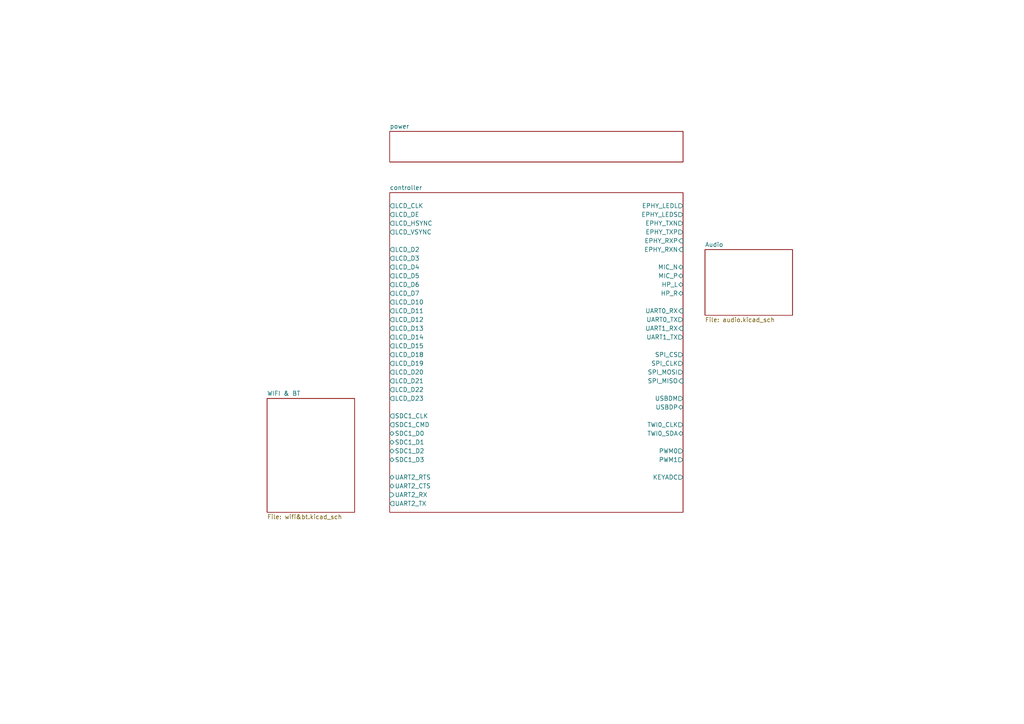
<source format=kicad_sch>
(kicad_sch (version 20230121) (generator eeschema)
  (paper "A4")
  (title_block (title "Allwinner V3s") (date "2023-08-02") (rev "1.0.1"))
  (lib_symbols)
  (sheet (at 77.47 115.57) (size 25.4 33.02) (stroke (width 0.1524))
    (property "Sheetname" "WIFI & BT" (at 77.47 114.8584 0) (effects (justify left bottom)))
    (property "Sheetfile" "wifi&bt.kicad_sch" (at 77.47 149.1746 0) (effects (justify left top)))
  )
  (sheet (at 113.03 38.1) (size 85.09 8.89) (stroke (width 0.1524))
    (property "Sheetname" "power" (at 113.03 37.3884 0) (effects (justify left bottom)))
    (property "Sheetfile" "power.kicad_sch" (effects hide))
  )
  (sheet (at 113.03 55.88) (size 85.09 92.71) (stroke (width 0.1524))
    (property "Sheetname" "controller" (at 113.03 55.1684 0) (effects (justify left bottom)))
    (property "Sheetfile" "controller.kicad_sch" (effects hide))
    (pin "LCD_HSYNC" output (at 113.03 64.77 180))
    (pin "LCD_D2" output (at 113.03 72.39 180))
    (pin "LCD_VSYNC" output (at 113.03 67.31 180))
    (pin "LCD_DE" output (at 113.03 62.23 180))
    (pin "LCD_CLK" output (at 113.03 59.69 180))
    (pin "LCD_D11" output (at 113.03 90.17 180))
    (pin "LCD_D10" output (at 113.03 87.63 180))
    (pin "LCD_D12" output (at 113.03 92.71 180))
    (pin "LCD_D7" output (at 113.03 85.09 180))
    (pin "LCD_D6" output (at 113.03 82.55 180))
    (pin "LCD_D4" output (at 113.03 77.47 180))
    (pin "LCD_D5" output (at 113.03 80.01 180))
    (pin "LCD_D3" output (at 113.03 74.93 180))
    (pin "LCD_D23" output (at 113.03 115.57 180))
    (pin "LCD_D22" output (at 113.03 113.03 180))
    (pin "LCD_D21" output (at 113.03 110.49 180))
    (pin "LCD_D20" output (at 113.03 107.95 180))
    (pin "LCD_D19" output (at 113.03 105.41 180))
    (pin "LCD_D14" output (at 113.03 97.79 180))
    (pin "LCD_D18" output (at 113.03 102.87 180))
    (pin "LCD_D15" output (at 113.03 100.33 180))
    (pin "LCD_D13" output (at 113.03 95.25 180))
    (pin "EPHY_LEDL" output (at 198.12 59.69 0))
    (pin "EPHY_LEDS" output (at 198.12 62.23 0))
    (pin "EPHY_TXN" output (at 198.12 64.77 0))
    (pin "EPHY_TXP" output (at 198.12 67.31 0))
    (pin "EPHY_RXP" input (at 198.12 69.85 0))
    (pin "EPHY_RXN" input (at 198.12 72.39 0))
    (pin "KEYADC" output (at 198.12 138.43 0))
    (pin "USBDM" output (at 198.12 115.57 0))
    (pin "USBDP" bidirectional (at 198.12 118.11 0))
    (pin "SDC1_D2" bidirectional (at 113.03 130.81 180))
    (pin "SDC1_D1" bidirectional (at 113.03 128.27 180))
    (pin "SDC1_D0" bidirectional (at 113.03 125.73 180))
    (pin "SDC1_CMD" output (at 113.03 123.19 180))
    (pin "SDC1_CLK" output (at 113.03 120.65 180))
    (pin "SPI_CLK" output (at 198.12 105.41 0))
    (pin "SPI_CS" output (at 198.12 102.87 0))
    (pin "SPI_MOSI" output (at 198.12 107.95 0))
    (pin "UART0_RX" input (at 198.12 90.17 0))
    (pin "UART0_TX" output (at 198.12 92.71 0))
    (pin "SPI_MISO" input (at 198.12 110.49 0))
    (pin "SDC1_D3" bidirectional (at 113.03 133.35 180))
    (pin "TWI0_CLK" output (at 198.12 123.19 0))
    (pin "TWI0_SDA" bidirectional (at 198.12 125.73 0))
    (pin "UART1_TX" output (at 198.12 97.79 0))
    (pin "UART1_RX" input (at 198.12 95.25 0))
    (pin "PWM0" output (at 198.12 130.81 0))
    (pin "PWM1" output (at 198.12 133.35 0))
    (pin "UART2_RX" input (at 113.03 143.51 180))
    (pin "UART2_TX" output (at 113.03 146.05 180))
    (pin "MIC_N" bidirectional (at 198.12 77.47 0))
    (pin "MIC_P" bidirectional (at 198.12 80.01 0))
    (pin "HP_L" bidirectional (at 198.12 82.55 0))
    (pin "HP_R" bidirectional (at 198.12 85.09 0))
    (pin "UART2_RTS" bidirectional (at 113.03 138.43 180))
    (pin "UART2_CTS" bidirectional (at 113.03 140.97 180))
  )
  (sheet (at 204.47 72.39) (size 25.4 19.05) (stroke (width 0.1524))
    (property "Sheetname" "Audio" (at 204.47 71.6784 0) (effects (justify left bottom)))
    (property "Sheetfile" "audio.kicad_sch" (at 204.47 92.0246 0) (effects (justify left top)))
  )
)
</source>
